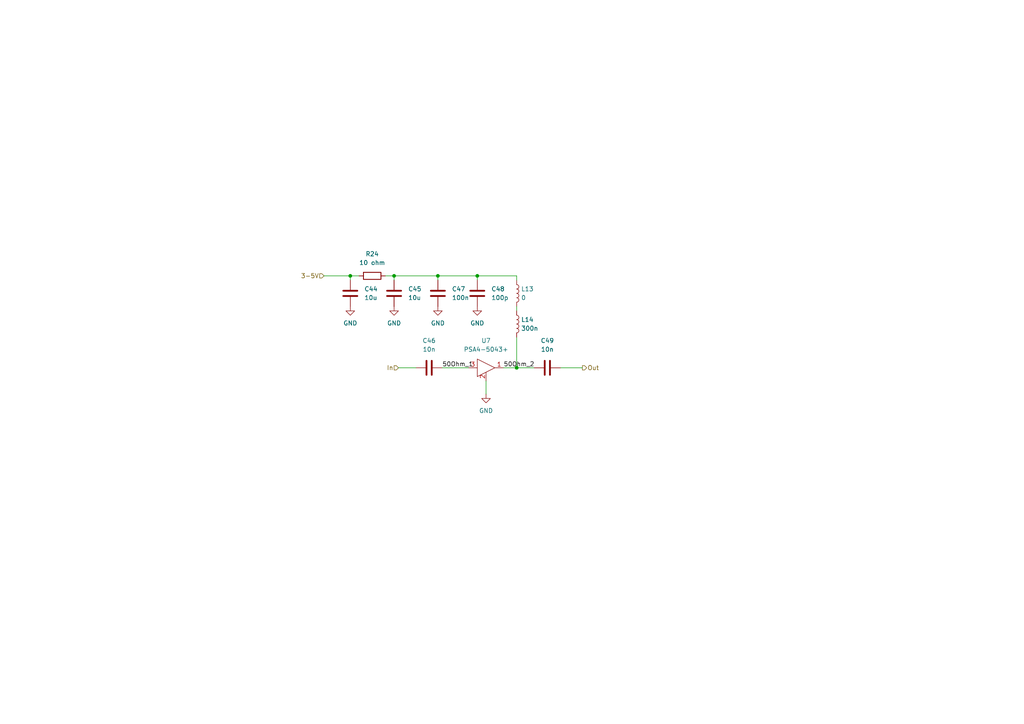
<source format=kicad_sch>
(kicad_sch (version 20211123) (generator eeschema)
  (paper "A4")
  (lib_symbols
    (symbol "Chubut2:PSA4-5043+" (pin_names hide)
      (property "Reference" "U" (at 0 0 0))
      (property "Value" "PSA4-5043+" (at 0 0 0))
      (symbol "PSA4-5043+_0_1"
        (polyline (pts (xy -2.54 -6.35) (xy -2.54 -1.27) (xy 2.54 -3.81) (xy -2.54 -6.35)))
      )
      (symbol "PSA4-5043+_1_1"
        (pin input line (at 5.08 -3.81 180) (length 2.54) (name "RF-OUT_and_DC-IN") (number "1"))
        (pin input line (at 0 -7.62 90) (length 2.54) (name "GND") (number "2"))
        (pin input line (at -5.08 -3.81 0) (length 2.54) (name "RF-IN") (number "3"))
        (pin input line (at 0 -7.62 90) (length 2.54) hide (name "GND") (number "4"))
      )
    )
    (symbol "Device:C" (pin_numbers hide) (pin_names (offset 0.254))
      (property "Reference" "C" (at 0.635 2.54 0))
      (property "Value" "C" (at 0.635 -2.54 0))
      (symbol "C_0_1"
        (polyline (pts (xy -2.032 -0.762) (xy 2.032 -0.762)) (stroke (width 0.508)))
        (polyline (pts (xy -2.032 0.762) (xy 2.032 0.762)) (stroke (width 0.508)))
      )
      (symbol "C_1_1"
        (pin passive line (at 0 3.81 270) (length 2.794) (name "~") (number "1"))
        (pin passive line (at 0 -3.81 90) (length 2.794) (name "~") (number "2"))
      )
    )
    (symbol "Device:L" (pin_numbers hide) (pin_names (offset 1.016) hide)
      (property "Reference" "L" (at -1.27 0 90))
      (property "Value" "L" (at 1.905 0 90))
      (symbol "L_0_1"
        (arc (start 0 -2.54) (mid 0.635 -1.905) (end 0 -1.27))
        (arc (start 0 -1.27) (mid 0.635 -0.635) (end 0 0))
        (arc (start 0 0) (mid 0.635 0.635) (end 0 1.27))
        (arc (start 0 1.27) (mid 0.635 1.905) (end 0 2.54))
      )
      (symbol "L_1_1"
        (pin passive line (at 0 3.81 270) (length 1.27) (name "1") (number "1"))
        (pin passive line (at 0 -3.81 90) (length 1.27) (name "2") (number "2"))
      )
    )
    (symbol "Device:R" (pin_numbers hide) (pin_names (offset 0))
      (property "Reference" "R" (at 2.032 0 90))
      (property "Value" "R" (at 0 0 90))
      (symbol "R_0_1"
        (rectangle (start -1.016 -2.54) (end 1.016 2.54) (stroke (width 0.254)))
      )
      (symbol "R_1_1"
        (pin passive line (at 0 3.81 270) (length 1.27) (name "~") (number "1"))
        (pin passive line (at 0 -3.81 90) (length 1.27) (name "~") (number "2"))
      )
    )
    (symbol "power:GND" (power) (pin_names (offset 0))
      (property "Value" "GND" (at 0 -3.81 0))
      (symbol "GND_0_1"
        (polyline (pts (xy 0 0) (xy 0 -1.27) (xy 1.27 -1.27) (xy 0 -2.54) (xy -1.27 -1.27) (xy 0 -1.27)))
      )
      (symbol "GND_1_1"
        (pin power_in line (at 0 0 270) (length 0) hide (name "GND") (number "1"))
      )
    )
  )
  (junction (at 127 80.01))
  (junction (at 149.86 106.68))
  (junction (at 101.6 80.01))
  (junction (at 138.43 80.01))
  (junction (at 114.3 80.01))
  (wire (pts (xy 149.86 80.01) (xy 149.86 81.28)))
  (wire (pts (xy 140.97 114.3) (xy 140.97 110.49)))
  (wire (pts (xy 149.86 88.9) (xy 149.86 90.17)))
  (wire (pts (xy 149.86 106.68) (xy 154.94 106.68)))
  (wire (pts (xy 111.76 80.01) (xy 114.3 80.01)))
  (wire (pts (xy 101.6 80.01) (xy 101.6 81.28)))
  (wire (pts (xy 149.86 97.79) (xy 149.86 106.68)))
  (wire (pts (xy 138.43 80.01) (xy 138.43 81.28)))
  (wire (pts (xy 115.57 106.68) (xy 120.65 106.68)))
  (wire (pts (xy 93.98 80.01) (xy 101.6 80.01)))
  (wire (pts (xy 101.6 80.01) (xy 104.14 80.01)))
  (wire (pts (xy 168.91 106.68) (xy 162.56 106.68)))
  (wire (pts (xy 114.3 80.01) (xy 127 80.01)))
  (wire (pts (xy 127 80.01) (xy 138.43 80.01)))
  (wire (pts (xy 128.27 106.68) (xy 135.89 106.68)))
  (wire (pts (xy 114.3 80.01) (xy 114.3 81.28)))
  (wire (pts (xy 138.43 80.01) (xy 149.86 80.01)))
  (wire (pts (xy 127 80.01) (xy 127 81.28)))
  (wire (pts (xy 146.05 106.68) (xy 149.86 106.68)))
  (label "50Ohm_1" (at 128.27 106.68 0))
  (label "50Ohm_2" (at 146.05 106.68 0))
  (hierarchical_label "Out" (shape output) (at 168.91 106.68 0))
  (hierarchical_label "3-5V" (shape input) (at 93.98 80.01 180))
  (hierarchical_label "In" (shape input) (at 115.57 106.68 180))
  (symbol (lib_id "Device:C") (at 127 85.09 0)
    (property "Reference" "C47" (at 131.064 83.8199 0) (effects (justify left)))
    (property "Value" "100n" (at 131.064 86.3599 0) (effects (justify left)))
    (property "Footprint" "Capacitor_SMD:C_0402_1005Metric" (effects hide))
  )
  (symbol (lib_id "Device:C") (at 101.6 85.09 0)
    (property "Reference" "C44" (at 105.664 83.8199 0) (effects (justify left)))
    (property "Value" "10u" (at 105.664 86.3599 0) (effects (justify left)))
    (property "Footprint" "Capacitor_SMD:C_0402_1005Metric" (effects hide))
  )
  (symbol (lib_id "Device:C") (at 158.75 106.68 90)
    (property "Reference" "C49" (at 158.75 98.806 90))
    (property "Value" "10n" (at 158.75 101.346 90))
    (property "Footprint" "Capacitor_SMD:C_0402_1005Metric" (effects hide))
  )
  (symbol (lib_id "power:GND") (at 127 88.9 0)
    (property "Reference" "#PWR063" (effects hide))
    (property "Value" "GND" (at 127 93.726 0))
  )
  (symbol (lib_id "power:GND") (at 140.97 114.3 0)
    (property "Reference" "#PWR065" (effects hide))
    (property "Value" "GND" (at 140.97 119.126 0))
  )
  (symbol (lib_id "power:GND") (at 138.43 88.9 0)
    (property "Reference" "#PWR064" (effects hide))
    (property "Value" "GND" (at 138.43 93.726 0))
  )
  (symbol (lib_id "Device:L") (at 149.86 85.09 0)
    (property "Reference" "L13" (at 151.13 83.8199 0) (effects (justify left)))
    (property "Value" "0" (at 151.13 86.3599 0) (effects (justify left)))
    (property "Footprint" "Inductor_SMD:L_0402_1005Metric" (effects hide))
  )
  (symbol (lib_id "power:GND") (at 114.3 88.9 0)
    (property "Reference" "#PWR062" (effects hide))
    (property "Value" "GND" (at 114.3 93.726 0))
  )
  (symbol (lib_id "Device:L") (at 149.86 93.98 0)
    (property "Reference" "L14" (at 151.13 92.7099 0) (effects (justify left)))
    (property "Value" "300n" (at 151.13 95.2499 0) (effects (justify left)))
    (property "Footprint" "Inductor_SMD:L_0402_1005Metric" (effects hide))
  )
  (symbol (lib_id "Device:R") (at 107.95 80.01 90)
    (property "Reference" "R24" (at 107.95 73.66 90))
    (property "Value" "10 ohm" (at 107.95 76.2 90))
    (property "Footprint" "Resistor_SMD:R_0402_1005Metric" (effects hide))
  )
  (symbol (lib_id "Chubut2:PSA4-5043+") (at 140.97 102.87 0)
    (property "Reference" "U7" (at 140.97 98.806 0))
    (property "Value" "PSA4-5043+" (at 140.97 101.346 0))
    (property "Footprint" "chubut:MMM1362" (effects hide))
    (property "Datasheet" "https://www.minicircuits.com/WebStore/dashboard.html?model=PSA4-5043%2B" (effects hide))
    (property "Manufacturer" "Mini-Circuits" (effects hide))
  )
  (symbol (lib_id "Device:C") (at 138.43 85.09 0)
    (property "Reference" "C48" (at 142.494 83.8199 0) (effects (justify left)))
    (property "Value" "100p" (at 142.494 86.3599 0) (effects (justify left)))
    (property "Footprint" "Capacitor_SMD:C_0402_1005Metric" (effects hide))
  )
  (symbol (lib_id "Device:C") (at 114.3 85.09 0)
    (property "Reference" "C45" (at 118.364 83.8199 0) (effects (justify left)))
    (property "Value" "10u" (at 118.364 86.3599 0) (effects (justify left)))
    (property "Footprint" "Capacitor_SMD:C_0402_1005Metric" (effects hide))
  )
  (symbol (lib_id "power:GND") (at 101.6 88.9 0)
    (property "Reference" "#PWR061" (effects hide))
    (property "Value" "GND" (at 101.6 93.726 0))
  )
  (symbol (lib_id "Device:C") (at 124.46 106.68 90)
    (property "Reference" "C46" (at 124.46 98.806 90))
    (property "Value" "10n" (at 124.46 101.346 90))
    (property "Footprint" "Capacitor_SMD:C_0402_1005Metric" (effects hide))
  )
)
</source>
